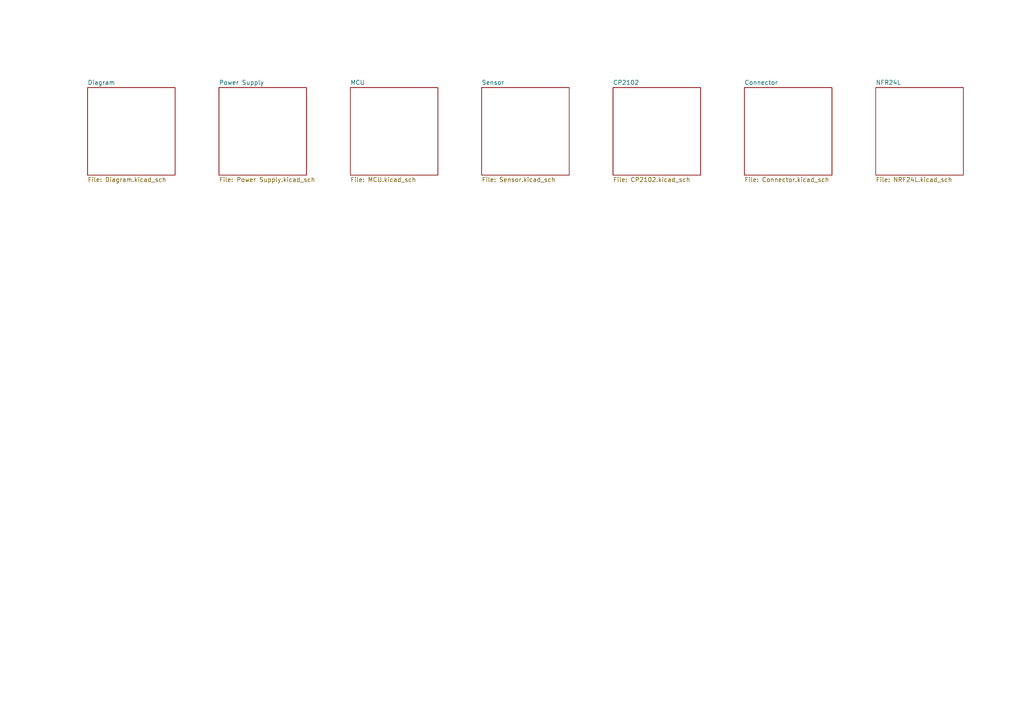
<source format=kicad_sch>
(kicad_sch
	(version 20250114)
	(generator "eeschema")
	(generator_version "9.0")
	(uuid "40aad5cc-cc3e-4b47-a910-bc6adb8c884b")
	(paper "A4")
	(lib_symbols)
	(sheet
		(at 215.9 25.4)
		(size 25.4 25.4)
		(exclude_from_sim no)
		(in_bom yes)
		(on_board yes)
		(dnp no)
		(fields_autoplaced yes)
		(stroke
			(width 0.1524)
			(type solid)
		)
		(fill
			(color 0 0 0 0.0000)
		)
		(uuid "71eedd01-7793-4eaa-b048-c8b0f708c625")
		(property "Sheetname" "Connector"
			(at 215.9 24.6884 0)
			(effects
				(font
					(size 1.27 1.27)
				)
				(justify left bottom)
			)
		)
		(property "Sheetfile" "Connector.kicad_sch"
			(at 215.9 51.3846 0)
			(effects
				(font
					(size 1.27 1.27)
				)
				(justify left top)
			)
		)
		(instances
			(project "FCU-V10A"
				(path "/40aad5cc-cc3e-4b47-a910-bc6adb8c884b"
					(page "7")
				)
			)
		)
	)
	(sheet
		(at 139.7 25.4)
		(size 25.4 25.4)
		(exclude_from_sim no)
		(in_bom yes)
		(on_board yes)
		(dnp no)
		(fields_autoplaced yes)
		(stroke
			(width 0.1524)
			(type solid)
		)
		(fill
			(color 0 0 0 0.0000)
		)
		(uuid "76d80632-bf7f-40c4-9019-d636172f6980")
		(property "Sheetname" "Sensor"
			(at 139.7 24.6884 0)
			(effects
				(font
					(size 1.27 1.27)
				)
				(justify left bottom)
			)
		)
		(property "Sheetfile" "Sensor.kicad_sch"
			(at 139.7 51.3846 0)
			(effects
				(font
					(size 1.27 1.27)
				)
				(justify left top)
			)
		)
		(instances
			(project "FCU-V10A"
				(path "/40aad5cc-cc3e-4b47-a910-bc6adb8c884b"
					(page "5")
				)
			)
		)
	)
	(sheet
		(at 25.4 25.4)
		(size 25.4 25.4)
		(exclude_from_sim no)
		(in_bom yes)
		(on_board yes)
		(dnp no)
		(fields_autoplaced yes)
		(stroke
			(width 0.1524)
			(type solid)
		)
		(fill
			(color 0 0 0 0.0000)
		)
		(uuid "8e788483-4ed1-4919-b488-695d61521e5d")
		(property "Sheetname" "Diagram"
			(at 25.4 24.6884 0)
			(effects
				(font
					(size 1.27 1.27)
				)
				(justify left bottom)
			)
		)
		(property "Sheetfile" "Diagram.kicad_sch"
			(at 25.4 51.3846 0)
			(effects
				(font
					(size 1.27 1.27)
				)
				(justify left top)
			)
		)
		(property "Field2" ""
			(at 25.4 25.4 0)
			(effects
				(font
					(size 1.27 1.27)
				)
			)
		)
		(instances
			(project "FCU-V10A"
				(path "/40aad5cc-cc3e-4b47-a910-bc6adb8c884b"
					(page "2")
				)
			)
		)
	)
	(sheet
		(at 254 25.4)
		(size 25.4 25.4)
		(exclude_from_sim no)
		(in_bom yes)
		(on_board yes)
		(dnp no)
		(fields_autoplaced yes)
		(stroke
			(width 0.1524)
			(type solid)
		)
		(fill
			(color 0 0 0 0.0000)
		)
		(uuid "d5f7236f-e2aa-42ae-be04-7327ffd1d06b")
		(property "Sheetname" "NFR24L"
			(at 254 24.6884 0)
			(effects
				(font
					(size 1.27 1.27)
				)
				(justify left bottom)
			)
		)
		(property "Sheetfile" "NRF24L.kicad_sch"
			(at 254 51.3846 0)
			(effects
				(font
					(size 1.27 1.27)
				)
				(justify left top)
			)
		)
		(instances
			(project "FCU-V10A"
				(path "/40aad5cc-cc3e-4b47-a910-bc6adb8c884b"
					(page "8")
				)
			)
		)
	)
	(sheet
		(at 101.6 25.4)
		(size 25.4 25.4)
		(exclude_from_sim no)
		(in_bom yes)
		(on_board yes)
		(dnp no)
		(fields_autoplaced yes)
		(stroke
			(width 0.1524)
			(type solid)
		)
		(fill
			(color 0 0 0 0.0000)
		)
		(uuid "efe5d3e8-9a22-4a87-943e-19d0f108e689")
		(property "Sheetname" "MCU"
			(at 101.6 24.6884 0)
			(effects
				(font
					(size 1.27 1.27)
				)
				(justify left bottom)
			)
		)
		(property "Sheetfile" "MCU.kicad_sch"
			(at 101.6 51.3846 0)
			(effects
				(font
					(size 1.27 1.27)
				)
				(justify left top)
			)
		)
		(instances
			(project "FCU-V10A"
				(path "/40aad5cc-cc3e-4b47-a910-bc6adb8c884b"
					(page "4")
				)
			)
		)
	)
	(sheet
		(at 63.5 25.4)
		(size 25.4 25.4)
		(exclude_from_sim no)
		(in_bom yes)
		(on_board yes)
		(dnp no)
		(fields_autoplaced yes)
		(stroke
			(width 0.1524)
			(type solid)
		)
		(fill
			(color 0 0 0 0.0000)
		)
		(uuid "f37ae666-8ccb-4e1d-b942-6cb745418b4a")
		(property "Sheetname" "Power Supply"
			(at 63.5 24.6884 0)
			(effects
				(font
					(size 1.27 1.27)
				)
				(justify left bottom)
			)
		)
		(property "Sheetfile" "Power Supply.kicad_sch"
			(at 63.5 51.3846 0)
			(effects
				(font
					(size 1.27 1.27)
				)
				(justify left top)
			)
		)
		(instances
			(project "FCU-V10A"
				(path "/40aad5cc-cc3e-4b47-a910-bc6adb8c884b"
					(page "3")
				)
			)
		)
	)
	(sheet
		(at 177.8 25.4)
		(size 25.4 25.4)
		(exclude_from_sim no)
		(in_bom yes)
		(on_board yes)
		(dnp no)
		(fields_autoplaced yes)
		(stroke
			(width 0.1524)
			(type solid)
		)
		(fill
			(color 0 0 0 0.0000)
		)
		(uuid "f8375f0b-52f6-4528-a434-56b4687b0da8")
		(property "Sheetname" "CP2102"
			(at 177.8 24.6884 0)
			(effects
				(font
					(size 1.27 1.27)
				)
				(justify left bottom)
			)
		)
		(property "Sheetfile" "CP2102.kicad_sch"
			(at 177.8 51.3846 0)
			(effects
				(font
					(size 1.27 1.27)
				)
				(justify left top)
			)
		)
		(instances
			(project "FCU-V10A"
				(path "/40aad5cc-cc3e-4b47-a910-bc6adb8c884b"
					(page "6")
				)
			)
		)
	)
	(sheet_instances
		(path "/"
			(page "1")
		)
	)
	(embedded_fonts no)
)

</source>
